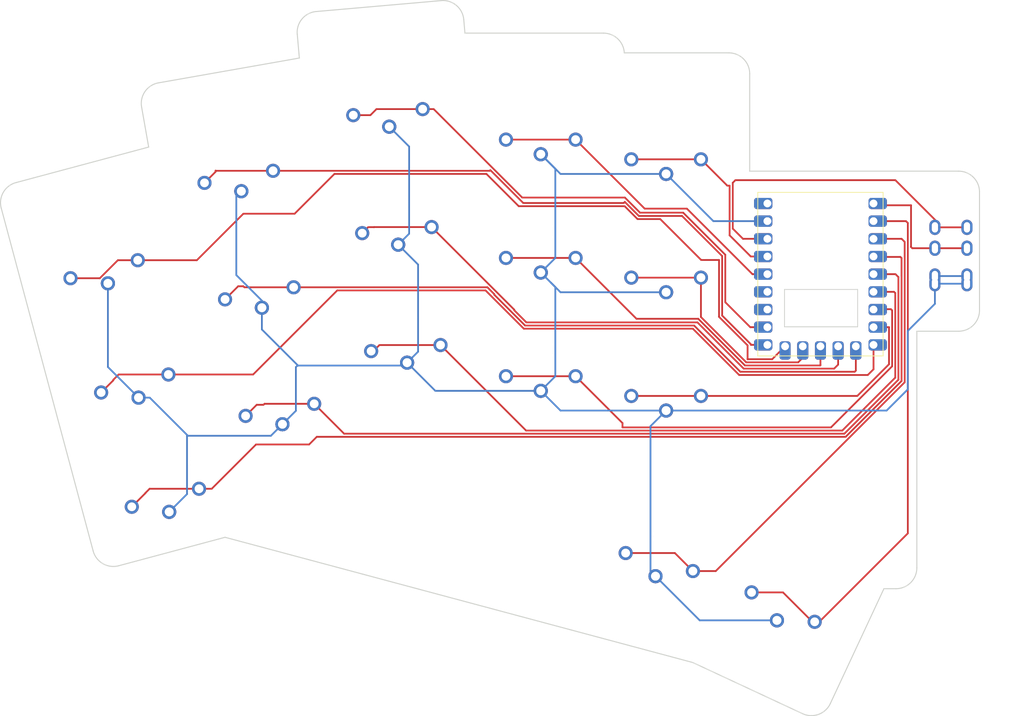
<source format=kicad_pcb>
(kicad_pcb (version 20221018) (generator pcbnew)
  (title_block (title "joyride") (rev "v1.0.0") (company "Unknown"))
  (layers (0 "F.Cu" signal) (31 "B.Cu" signal) (34 "B.Paste" user) (35 "F.Paste" user) (36 "B.SilkS" user "B.Silkscreen") (37 "F.SilkS" user "F.Silkscreen") (38 "B.Mask" user) (39 "F.Mask" user) (44 "Edge.Cuts" user))
  (net 0 "")
  (net 1 "GP3")
  (net 2 "GND")
  (net 3 "GP8")
  (net 4 "GP13")
  (net 5 "GP4")
  (net 6 "GP9")
  (net 7 "GP14")
  (net 8 "GP5")
  (net 9 "GP10")
  (net 10 "GP15")
  (net 11 "GP6")
  (net 12 "GP11")
  (net 13 "GP28")
  (net 14 "GP7")
  (net 15 "GP12")
  (net 16 "GP29")
  (net 17 "GP2")
  (net 18 "GP1")
  (net 19 "P5V")
  (net 20 "P3V3")
  (net 21 "GP27")
  (net 22 "GP26")
  (net 23 "GP0")
  (footprint "PG1350" (layer "F.Cu") (at 91.200152 84.158522 -165)
    (fp_text reference "S2" hide)
    (fp_text value "" hide)
    (pad "" np_thru_hole circle (at -5.5 0) (size 1.7018 1.7018) (drill 1.7018) (layers "*.Cu" "*.Mask"))
    (pad "" np_thru_hole circle (at 0 0) (size 3.429 3.429) (drill 3.429) (layers "*.Cu" "*.Mask"))
    (pad "" np_thru_hole circle (at 5.5 0) (size 1.7018 1.7018) (drill 1.7018) (layers "*.Cu" "*.Mask"))
    (pad "1" thru_hole circle (at -5 -3.8) (size 2.032 2.032) (drill 1.27) (layers "*.Cu" "*.Mask") (net 3 "GP8"))
    (pad "1" thru_hole circle (at 5 -3.8) (size 2.032 2.032) (drill 1.27) (layers "*.Cu" "*.Mask") (net 3 "GP8"))
    (pad "2" thru_hole circle (at 0 -5.9) (size 2.032 2.032) (drill 1.27) (layers "*.Cu" "*.Mask") (net 2 "GND"))
    (pad "2" thru_hole circle (at 0 -5.9) (size 2.032 2.032) (drill 1.27) (layers "*.Cu" "*.Mask") (net 2 "GND"))
  )
  (footprint "PG1350" (layer "F.Cu") (at 168.484033 85.817239 180)
    (fp_text reference "S13" hide)
    (fp_text value "" hide)
    (pad "" np_thru_hole circle (at -5.5 0) (size 1.7018 1.7018) (drill 1.7018) (layers "*.Cu" "*.Mask"))
    (pad "" np_thru_hole circle (at 0 0) (size 3.429 3.429) (drill 3.429) (layers "*.Cu" "*.Mask"))
    (pad "" np_thru_hole circle (at 5.5 0) (size 1.7018 1.7018) (drill 1.7018) (layers "*.Cu" "*.Mask"))
    (pad "1" thru_hole circle (at -5 -3.8) (size 2.032 2.032) (drill 1.27) (layers "*.Cu" "*.Mask") (net 14 "GP7"))
    (pad "1" thru_hole circle (at 5 -3.8) (size 2.032 2.032) (drill 1.27) (layers "*.Cu" "*.Mask") (net 14 "GP7"))
    (pad "2" thru_hole circle (at 0 -5.9) (size 2.032 2.032) (drill 1.27) (layers "*.Cu" "*.Mask") (net 2 "GND"))
    (pad "2" thru_hole circle (at 0 -5.9) (size 2.032 2.032) (drill 1.27) (layers "*.Cu" "*.Mask") (net 2 "GND"))
  )
  (footprint "PG1350" (layer "F.Cu") (at 109.412074 71.130387 -170)
    (fp_text reference "S5" hide)
    (fp_text value "" hide)
    (pad "" np_thru_hole circle (at -5.5 0) (size 1.7018 1.7018) (drill 1.7018) (layers "*.Cu" "*.Mask"))
    (pad "" np_thru_hole circle (at 0 0) (size 3.429 3.429) (drill 3.429) (layers "*.Cu" "*.Mask"))
    (pad "" np_thru_hole circle (at 5.5 0) (size 1.7018 1.7018) (drill 1.7018) (layers "*.Cu" "*.Mask"))
    (pad "1" thru_hole circle (at -5 -3.8) (size 2.032 2.032) (drill 1.27) (layers "*.Cu" "*.Mask") (net 6 "GP9"))
    (pad "1" thru_hole circle (at 5 -3.8) (size 2.032 2.032) (drill 1.27) (layers "*.Cu" "*.Mask") (net 6 "GP9"))
    (pad "2" thru_hole circle (at 0 -5.9) (size 2.032 2.032) (drill 1.27) (layers "*.Cu" "*.Mask") (net 2 "GND"))
    (pad "2" thru_hole circle (at 0 -5.9) (size 2.032 2.032) (drill 1.27) (layers "*.Cu" "*.Mask") (net 2 "GND"))
  )
  (footprint "PG1350" (layer "F.Cu") (at 150.484033 48.983906 180)
    (fp_text reference "S12" hide)
    (fp_text value "" hide)
    (pad "" np_thru_hole circle (at -5.5 0) (size 1.7018 1.7018) (drill 1.7018) (layers "*.Cu" "*.Mask"))
    (pad "" np_thru_hole circle (at 0 0) (size 3.429 3.429) (drill 3.429) (layers "*.Cu" "*.Mask"))
    (pad "" np_thru_hole circle (at 5.5 0) (size 1.7018 1.7018) (drill 1.7018) (layers "*.Cu" "*.Mask"))
    (pad "1" thru_hole circle (at -5 -3.8) (size 2.032 2.032) (drill 1.27) (layers "*.Cu" "*.Mask") (net 13 "GP28"))
    (pad "1" thru_hole circle (at 5 -3.8) (size 2.032 2.032) (drill 1.27) (layers "*.Cu" "*.Mask") (net 13 "GP28"))
    (pad "2" thru_hole circle (at 0 -5.9) (size 2.032 2.032) (drill 1.27) (layers "*.Cu" "*.Mask") (net 2 "GND"))
    (pad "2" thru_hole circle (at 0 -5.9) (size 2.032 2.032) (drill 1.27) (layers "*.Cu" "*.Mask") (net 2 "GND"))
  )
  (footprint "PG1350" (layer "F.Cu") (at 168.484033 51.817239 180)
    (fp_text reference "S15" hide)
    (fp_text value "" hide)
    (pad "" np_thru_hole circle (at -5.5 0) (size 1.7018 1.7018) (drill 1.7018) (layers "*.Cu" "*.Mask"))
    (pad "" np_thru_hole circle (at 0 0) (size 3.429 3.429) (drill 3.429) (layers "*.Cu" "*.Mask"))
    (pad "" np_thru_hole circle (at 5.5 0) (size 1.7018 1.7018) (drill 1.7018) (layers "*.Cu" "*.Mask"))
    (pad "1" thru_hole circle (at -5 -3.8) (size 2.032 2.032) (drill 1.27) (layers "*.Cu" "*.Mask") (net 16 "GP29"))
    (pad "1" thru_hole circle (at 5 -3.8) (size 2.032 2.032) (drill 1.27) (layers "*.Cu" "*.Mask") (net 16 "GP29"))
    (pad "2" thru_hole circle (at 0 -5.9) (size 2.032 2.032) (drill 1.27) (layers "*.Cu" "*.Mask") (net 2 "GND"))
    (pad "2" thru_hole circle (at 0 -5.9) (size 2.032 2.032) (drill 1.27) (layers "*.Cu" "*.Mask") (net 2 "GND"))
  )
  (footprint "RP2040-Zero" (layer "F.Cu") (at 180.484033 84.817239)
    (fp_text reference "RP2040Zero1")
    (fp_text value "" (at 0 0) (layer "F.SilkS") (effects (font (size 1.27 1.27))))
    (fp_line (start 1.16 -24.45) (end 1.16 -0.95) (stroke (width 0.12)) (layer "F.SilkS"))
    (fp_line (start 1.16 -0.95) (end 19.16 -0.95) (stroke (width 0.12)) (layer "F.SilkS"))
    (fp_line (start 19.16 -24.45) (end 1.16 -24.45) (stroke (width 0.12)) (layer "F.SilkS"))
    (fp_line (start 19.16 -0.95) (end 19.16 -24.45) (stroke (width 0.12)) (layer "F.SilkS"))
    (fp_line (start 5 -5.13) (end 5 -10.5) (stroke (width 0.12)) (layer "Edge.Cuts"))
    (fp_line (start 5 -5.13) (end 15.5 -5.13) (stroke (width 0.12)) (layer "Edge.Cuts"))
    (fp_line (start 15.5 -10.5) (end 5 -10.5) (stroke (width 0.12)) (layer "Edge.Cuts"))
    (fp_line (start 15.5 -10.5) (end 15.5 -5.13) (stroke (width 0.12)) (layer "Edge.Cuts"))
    (pad "1" thru_hole roundrect (at 17.78 -22.86) (size 2.6 1.6) (drill 1.0922 (offset 0.6 0)) (layers "*.Cu" "*.Mask") (net 23 "GP0"))
    (pad "1" thru_hole roundrect (at 17.78 -22.86) (size 2.6 1.6) (drill 1.0922 (offset 0.6 0)) (layers "*.Cu" "*.Mask") (net 23 "GP0"))
    (pad "2" thru_hole roundrect (at 17.78 -20.32) (size 2.6 1.6) (drill 1.0922 (offset 0.6 0)) (layers "*.Cu" "*.Mask") (net 18 "GP1"))
    (pad "2" thru_hole roundrect (at 17.78 -20.32) (size 2.6 1.6) (drill 1.0922 (offset 0.6 0)) (layers "*.Cu" "*.Mask") (net 18 "GP1"))
    (pad "3" thru_hole roundrect (at 17.78 -17.78) (size 2.6 1.6) (drill 1.0922 (offset 0.6 0)) (layers "*.Cu" "*.Mask") (net 17 "GP2"))
    (pad "3" thru_hole roundrect (at 17.78 -17.78) (size 2.6 1.6) (drill 1.0922 (offset 0.6 0)) (layers "*.Cu" "*.Mask") (net 17 "GP2"))
    (pad "4" thru_hole roundrect (at 17.78 -15.24) (size 2.6 1.6) (drill 1.0922 (offset 0.6 0)) (layers "*.Cu" "*.Mask") (net 1 "GP3"))
    (pad "4" thru_hole roundrect (at 17.78 -15.24) (size 2.6 1.6) (drill 1.0922 (offset 0.6 0)) (layers "*.Cu" "*.Mask") (net 1 "GP3"))
    (pad "5" thru_hole roundrect (at 17.78 -12.7) (size 2.6 1.6) (drill 1.0922 (offset 0.6 0)) (layers "*.Cu" "*.Mask") (net 5 "GP4"))
    (pad "5" thru_hole roundrect (at 17.78 -12.7) (size 2.6 1.6) (drill 1.0922 (offset 0.6 0)) (layers "*.Cu" "*.Mask") (net 5 "GP4"))
    (pad "6" thru_hole roundrect (at 17.78 -10.16) (size 2.6 1.6002) (drill 1.0922 (offset 0.6 0)) (layers "*.Cu" "*.Mask") (net 8 "GP5"))
    (pad "6" thru_hole roundrect (at 17.78 -10.16) (size 2.6 1.6002) (drill 1.0922 (offset 0.6 0)) (layers "*.Cu" "*.Mask") (net 8 "GP5"))
    (pad "7" thru_hole roundrect (at 17.78 -7.62) (size 2.6 1.6002) (drill 1.0922 (offset 0.6 0)) (layers "*.Cu" "*.Mask") (net 11 "GP6"))
    (pad "7" thru_hole roundrect (at 17.78 -7.62) (size 2.6 1.6002) (drill 1.0922 (offset 0.6 0)) (layers "*.Cu" "*.Mask") (net 11 "GP6"))
    (pad "8" thru_hole roundrect (at 17.78 -5.08) (size 2.6 1.6002) (drill 1.0922 (offset 0.6 0)) (layers "*.Cu" "*.Mask") (net 14 "GP7"))
    (pad "8" thru_hole roundrect (at 17.78 -5.08) (size 2.6 1.6002) (drill 1.0922 (offset 0.6 0)) (layers "*.Cu" "*.Mask") (net 14 "GP7"))
    (pad "9" thru_hole roundrect (at 17.78 -2.54) (size 2.6 1.6002) (drill 1.0922 (offset 0.6 0)) (layers "*.Cu" "*.Mask") (net 3 "GP8"))
    (pad "9" thru_hole roundrect (at 17.78 -2.54) (size 2.6 1.6002) (drill 1.0922 (offset 0.6 0)) (layers "*.Cu" "*.Mask") (net 3 "GP8"))
    (pad "10" thru_hole roundrect (at 15.24 -2.33) (size 1.6 2.6) (drill 1.0922 (offset 0 0.6)) (layers "*.Cu" "*.Mask") (net 6 "GP9"))
    (pad "10" thru_hole roundrect (at 15.24 -2.33) (size 1.6 2.6) (drill 1.0922 (offset 0 0.6)) (layers "*.Cu" "*.Mask") (net 6 "GP9"))
    (pad "11" thru_hole roundrect (at 12.7 -2.33) (size 1.5748 2.6) (drill 1.0922 (offset 0 0.6)) (layers "*.Cu" "*.Mask") (net 9 "GP10"))
    (pad "11" thru_hole roundrect (at 12.7 -2.33) (size 1.5748 2.6) (drill 1.0922 (offset 0 0.6)) (layers "*.Cu" "*.Mask") (net 9 "GP10"))
    (pad "12" thru_hole roundrect (at 10.16 -2.33) (size 1.5748 2.6) (drill 1.0922 (offset 0 0.6)) (layers "*.Cu" "*.Mask") (net 12 "GP11"))
    (pad "12" thru_hole roundrect (at 10.16 -2.33) (size 1.5748 2.6) (drill 1.0922 (offset 0 0.6)) (layers "*.Cu" "*.Mask") (net 12 "GP11"))
    (pad "13" thru_hole roundrect (at 7.62 -2.33) (size 1.5748 2.6) (drill 1.0922 (offset 0 0.6)) (layers "*.Cu" "*.Mask") (net 15 "GP12"))
    (pad "13" thru_hole roundrect (at 7.62 -2.33) (size 1.5748 2.6) (drill 1.0922 (offset 0 0.6)) (layers "*.Cu" "*.Mask") (net 15 "GP12"))
    (pad "14" thru_hole roundrect (at 5.08 -2.33) (size 1.5748 2.6) (drill 1.0922 (offset 0 0.6)) (layers "*.Cu" "*.Mask") (net 4 "GP13"))
    (pad "14" thru_hole roundrect (at 5.08 -2.33) (size 1.5748 2.6) (drill 1.0922 (offset 0 0.6)) (layers "*.Cu" "*.Mask") (net 4 "GP13"))
    (pad "15" thru_hole roundrect (at 2.54 -2.54) (size 2.6 1.6002) (drill 1.0922 (offset -0.6 0)) (layers "*.Cu" "*.Mask") (net 7 "GP14"))
    (pad "15" thru_hole roundrect (at 2.54 -2.54) (size 2.6 1.6002) (drill 1.0922 (offset -0.6 0)) (layers "*.Cu" "*.Mask") (net 7 "GP14"))
    (pad "16" thru_hole roundrect (at 2.54 -5.08) (size 2.6 1.6002) (drill 1.0922 (offset -0.6 0)) (layers "*.Cu" "*.Mask") (net 10 "GP15"))
    (pad "16" thru_hole roundrect (at 2.54 -5.08) (size 2.6 1.6002) (drill 1.0922 (offset -0.6 0)) (layers "*.Cu" "*.Mask") (net 10 "GP15"))
    (pad "17" thru_hole roundrect (at 2.54 -7.62) (size 2.6 1.6002) (drill 1.0922 (offset -0.6 0)) (layers "*.Cu" "*.Mask") (net 22 "GP26"))
    (pad "17" thru_hole roundrect (at 2.54 -7.62) (size 2.6 1.6002) (drill 1.0922 (offset -0.6 0)) (layers "*.Cu" "*.Mask") (net 22 "GP26"))
    (pad "18" thru_hole roundrect (at 2.54 -10.16) (size 2.6 1.6002) (drill 1.0922 (offset -0.6 0)) (layers "*.Cu" "*.Mask") (net 21 "GP27"))
    (pad "18" thru_hole roundrect (at 2.54 -10.16) (size 2.6 1.6002) (drill 1.0922 (offset -0.6 0)) (layers "*.Cu" "*.Mask") (net 21 "GP27"))
    (pad "19" thru_hole roundrect (at 2.54 -22.86) (size 2.6 1.6002) (drill 1.0922 (offset -0.6 0)) (layers "*.Cu" "*.Mask") (net 19 "P5V"))
    (pad "19" thru_hole roundrect (at 2.54 -22.86) (size 2.6 1.6002) (drill 1.0922 (offset -0.6 0)) (layers "*.Cu" "*.Mask") (net 19 "P5V"))
    (pad "20" thru_hole roundrect (at 2.54 -20.32) (size 2.6 1.6002) (drill 1.0922 (offset -0.6 0)) (layers "*.Cu" "*.Mask") (net 2 "GND"))
    (pad "20" thru_hole roundrect (at 2.54 -20.32) (size 2.6 1.6002) (drill 1.0922 (offset -0.6 0)) (layers "*.Cu" "*.Mask") (net 2 "GND"))
    (pad "21" thru_hole roundrect (at 2.54 -17.78) (size 2.6 1.6002) (drill 1.0922 (offset -0.6 0)) (layers "*.Cu" "*.Mask") (net 20 "P3V3"))
    (pad "21" thru_hole roundrect (at 2.54 -17.78) (size 2.6 1.6002) (drill 1.0922 (offset -0.6 0)) (layers "*.Cu" "*.Mask") (net 20 "P3V3"))
    (pad "22" thru_hole roundrect (at 2.54 -12.7) (size 2.6 1.6002) (drill 1.0922 (offset -0.6 0)) (layers "*.Cu" "*.Mask") (net 13 "GP28"))
    (pad "22" thru_hole roundrect (at 2.54 -12.7) (size 2.6 1.6002) (drill 1.0922 (offset -0.6 0)) (layers "*.Cu" "*.Mask") (net 13 "GP28"))
    (pad "23" thru_hole roundrect (at 2.54 -15.24) (size 2.6 1.6002) (drill 1.0922 (offset -0.6 0)) (layers "*.Cu" "*.Mask") (net 16 "GP29"))
    (pad "23" thru_hole roundrect (at 2.54 -15.24) (size 2.6 1.6002) (drill 1.0922 (offset -0.6 0)) (layers "*.Cu" "*.Mask") (net 16 "GP29"))
  )
  (footprint "PG1350" (layer "F.Cu") (at 130.776237 78.954865 -175)
    (fp_text reference "S7" hide)
    (fp_text value "" hide)
    (pad "" np_thru_hole circle (at -5.5 0) (size 1.7018 1.7018) (drill 1.7018) (layers "*.Cu" "*.Mask"))
    (pad "" np_thru_hole circle (at 0 0) (size 3.429 3.429) (drill 3.429) (layers "*.Cu" "*.Mask"))
    (pad "" np_thru_hole circle (at 5.5 0) (size 1.7018 1.7018) (drill 1.7018) (layers "*.Cu" "*.Mask"))
    (pad "1" thru_hole circle (at -5 -3.8) (size 2.032 2.032) (drill 1.27) (layers "*.Cu" "*.Mask") (net 8 "GP5"))
    (pad "1" thru_hole circle (at 5 -3.8) (size 2.032 2.032) (drill 1.27) (layers "*.Cu" "*.Mask") (net 8 "GP5"))
    (pad "2" thru_hole circle (at 0 -5.9) (size 2.032 2.032) (drill 1.27) (layers "*.Cu" "*.Mask") (net 2 "GND"))
    (pad "2" thru_hole circle (at 0 -5.9) (size 2.032 2.032) (drill 1.27) (layers "*.Cu" "*.Mask") (net 2 "GND"))
  )
  (footprint "PG1350" (layer "F.Cu") (at 150.484033 82.983906 180)
    (fp_text reference "S10" hide)
    (fp_text value "" hide)
    (pad "" np_thru_hole circle (at -5.5 0) (size 1.7018 1.7018) (drill 1.7018) (layers "*.Cu" "*.Mask"))
    (pad "" np_thru_hole circle (at 0 0) (size 3.429 3.429) (drill 3.429) (layers "*.Cu" "*.Mask"))
    (pad "" np_thru_hole circle (at 5.5 0) (size 1.7018 1.7018) (drill 1.7018) (layers "*.Cu" "*.Mask"))
    (pad "1" thru_hole circle (at -5 -3.8) (size 2.032 2.032) (drill 1.27) (layers "*.Cu" "*.Mask") (net 11 "GP6"))
    (pad "1" thru_hole circle (at 5 -3.8) (size 2.032 2.032) (drill 1.27) (layers "*.Cu" "*.Mask") (net 11 "GP6"))
    (pad "2" thru_hole circle (at 0 -5.9) (size 2.032 2.032) (drill 1.27) (layers "*.Cu" "*.Mask") (net 2 "GND"))
    (pad "2" thru_hole circle (at 0 -5.9) (size 2.032 2.032) (drill 1.27) (layers "*.Cu" "*.Mask") (net 2 "GND"))
  )
  (footprint "TRRS-PJ-320A-dual" (layer "F.Cu") (at 211.68 62.19)
    (fp_text reference "TRRS1")
    (fp_text value "TRRS-PJ-320A-dual")
    (pad "" np_thru_hole circle (at -2.3 1.6) (size 1.5 1.5) (drill 1.5) (layers "*.Cu" "*.Mask"))
    (pad "" np_thru_hole circle (at -2.3 8.6) (size 1.5 1.5) (drill 1.5) (layers "*.Cu" "*.Mask"))
    (pad "1" thru_hole oval (at -4.6 11.3) (size 1.6 2.2) (drill oval 0.9 1.5) (layers "*.Cu" "*.Mask") (net 2 "GND"))
    (pad "1" thru_hole oval (at 0 11.3) (size 1.6 2.2) (drill oval 0.9 1.5) (layers "*.Cu" "*.Mask") (net 2 "GND"))
    (pad "2" thru_hole oval (at -4.6 10.2) (size 1.6 2.2) (drill oval 0.9 1.5) (layers "*.Cu" "*.Mask") (net 2 "GND"))
    (pad "2" thru_hole oval (at 0 10.2) (size 1.6 2.2) (drill oval 0.9 1.5) (layers "*.Cu" "*.Mask") (net 2 "GND"))
    (pad "3" thru_hole oval (at -4.6 6.2) (size 1.6 2.2) (drill oval 0.9 1.5) (layers "*.Cu" "*.Mask") (net 23 "GP0"))
    (pad "3" thru_hole oval (at 0 6.2) (size 1.6 2.2) (drill oval 0.9 1.5) (layers "*.Cu" "*.Mask") (net 23 "GP0"))
    (pad "4" thru_hole oval (at -4.6 3.2) (size 1.6 2.2) (drill oval 0.9 1.5) (layers "*.Cu" "*.Mask") (net 20 "P3V3"))
    (pad "4" thru_hole oval (at 0 3.2) (size 1.6 2.2) (drill oval 0.9 1.5) (layers "*.Cu" "*.Mask") (net 20 "P3V3"))
  )
  (footprint "PG1350" (layer "F.Cu") (at 129.493828 62.002124 -175)
    (fp_text reference "S8" hide)
    (fp_text value "" hide)
    (pad "" np_thru_hole circle (at -5.5 0) (size 1.7018 1.7018) (drill 1.7018) (layers "*.Cu" "*.Mask"))
    (pad "" np_thru_hole circle (at 0 0) (size 3.429 3.429) (drill 3.429) (layers "*.Cu" "*.Mask"))
    (pad "" np_thru_hole circle (at 5.5 0) (size 1.7018 1.7018) (drill 1.7018) (layers "*.Cu" "*.Mask"))
    (pad "1" thru_hole circle (at -5 -3.8) (size 2.032 2.032) (drill 1.27) (layers "*.Cu" "*.Mask") (net 9 "GP10"))
    (pad "1" thru_hole circle (at 5 -3.8) (size 2.032 2.032) (drill 1.27) (layers "*.Cu" "*.Mask") (net 9 "GP10"))
    (pad "2" thru_hole circle (at 0 -5.9) (size 2.032 2.032) (drill 1.27) (layers "*.Cu" "*.Mask") (net 2 "GND"))
    (pad "2" thru_hole circle (at 0 -5.9) (size 2.032 2.032) (drill 1.27) (layers "*.Cu" "*.Mask") (net 2 "GND"))
  )
  (footprint "PG1350" (layer "F.Cu") (at 128.21142 45.049383 -175)
    (fp_text reference "S9" hide)
    (fp_text value "" hide)
    (pad "" np_thru_hole circle (at -5.5 0) (size 1.7018 1.7018) (drill 1.7018) (layers "*.Cu" "*.Mask"))
    (pad "" np_thru_hole circle (at 0 0) (size 3.429 3.429) (drill 3.429) (layers "*.Cu" "*.Mask"))
    (pad "" np_thru_hole circle (at 5.5 0) (size 1.7018 1.7018) (drill 1.7018) (layers "*.Cu" "*.Mask"))
    (pad "1" thru_hole circle (at -5 -3.8) (size 2.032 2.032) (drill 1.27) (layers "*.Cu" "*.Mask") (net 10 "GP15"))
    (pad "1" thru_hole circle (at 5 -3.8) (size 2.032 2.032) (drill 1.27) (layers "*.Cu" "*.Mask") (net 10 "GP15"))
    (pad "2" thru_hole circle (at 0 -5.9) (size 2.032 2.032) (drill 1.27) (layers "*.Cu" "*.Mask") (net 2 "GND"))
    (pad "2" thru_hole circle (at 0 -5.9) (size 2.032 2.032) (drill 1.27) (layers "*.Cu" "*.Mask") (net 2 "GND"))
  )
  (footprint "PG1350" (layer "F.Cu") (at 186.890228 116.516546 155)
    (fp_text reference "S17" hide)
    (fp_text value "" hide)
    (pad "" np_thru_hole circle (at -5.5 0) (size 1.7018 1.7018) (drill 1.7018) (layers "*.Cu" "*.Mask"))
    (pad "" np_thru_hole circle (at 0 0) (size 3.429 3.429) (drill 3.429) (layers "*.Cu" "*.Mask"))
    (pad "" np_thru_hole circle (at 5.5 0) (size 1.7018 1.7018) (drill 1.7018) (layers "*.Cu" "*.Mask"))
    (pad "1" thru_hole circle (at -5 -3.8) (size 2.032 2.032) (drill 1.27) (layers "*.Cu" "*.Mask") (net 18 "GP1"))
    (pad "1" thru_hole circle (at 5 -3.8) (size 2.032 2.032) (drill 1.27) (layers "*.Cu" "*.Mask") (net 18 "GP1"))
    (pad "2" thru_hole circle (at 0 -5.9) (size 2.032 2.032) (drill 1.27) (layers "*.Cu" "*.Mask") (net 2 "GND"))
    (pad "2" thru_hole circle (at 0 -5.9) (size 2.032 2.032) (drill 1.27) (layers "*.Cu" "*.Mask") (net 2 "GND"))
  )
  (footprint "PG1350" (layer "F.Cu") (at 150.484033 65.983906 180)
    (fp_text reference "S11" hide)
    (fp_text value "" hide)
    (pad "" np_thru_hole circle (at -5.5 0) (size 1.7018 1.7018) (drill 1.7018) (layers "*.Cu" "*.Mask"))
    (pad "" np_thru_hole circle (at 0 0) (size 3.429 3.429) (drill 3.429) (layers "*.Cu" "*.Mask"))
    (pad "" np_thru_hole circle (at 5.5 0) (size 1.7018 1.7018) (drill 1.7018) (layers "*.Cu" "*.Mask"))
    (pad "1" thru_hole circle (at -5 -3.8) (size 2.032 2.032) (drill 1.27) (layers "*.Cu" "*.Mask") (net 12 "GP11"))
    (pad "1" thru_hole circle (at 5 -3.8) (size 2.032 2.032) (drill 1.27) (layers "*.Cu" "*.Mask") (net 12 "GP11"))
    (pad "2" thru_hole circle (at 0 -5.9) (size 2.032 2.032) (drill 1.27) (layers "*.Cu" "*.Mask") (net 2 "GND"))
    (pad "2" thru_hole circle (at 0 -5.9) (size 2.032 2.032) (drill 1.27) (layers "*.Cu" "*.Mask") (net 2 "GND"))
  )
  (footprint "PG1350" (layer "F.Cu") (at 106.460055 54.388655 -170)
    (fp_text reference "S6" hide)
    (fp_text value "" hide)
    (pad "" np_thru_hole circle (at -5.5 0) (size 1.7018 1.7018) (drill 1.7018) (layers "*.Cu" "*.Mask"))
    (pad "" np_thru_hole circle (at 0 0) (size 3.429 3.429) (drill 3.429) (layers "*.Cu" "*.Mask"))
    (pad "" np_thru_hole circle (at 5.5 0) (size 1.7018 1.7018) (drill 1.7018) (layers "*.Cu" "*.Mask"))
    (pad "1" thru_hole circle (at -5 -3.8) (size 2.032 2.032) (drill 1.27) (layers "*.Cu" "*.Mask") (net 7 "GP14"))
    (pad "1" thru_hole circle (at 5 -3.8) (size 2.032 2.032) (drill 1.27) (layers "*.Cu" "*.Mask") (net 7 "GP14"))
    (pad "2" thru_hole circle (at 0 -5.9) (size 2.032 2.032) (drill 1.27) (layers "*.Cu" "*.Mask") (net 2 "GND"))
    (pad "2" thru_hole circle (at 0 -5.9) (size 2.032 2.032) (drill 1.27) (layers "*.Cu" "*.Mask") (net 2 "GND"))
  )
  (footprint "PG1350" (layer "F.Cu") (at 112.364094 87.872119 -170)
    (fp_text reference "S4" hide)
    (fp_text value "" hide)
    (pad "" np_thru_hole circle (at -5.5 0) (size 1.7018 1.7018) (drill 1.7018) (layers "*.Cu" "*.Mask"))
    (pad "" np_thru_hole circle (at 0 0) (size 3.429 3.429) (drill 3.429) (layers "*.Cu" "*.Mask"))
    (pad "" np_thru_hole circle (at 5.5 0) (size 1.7018 1.7018) (drill 1.7018) (layers "*.Cu" "*.Mask"))
    (pad "1" thru_hole circle (at -5 -3.8) (size 2.032 2.032) (drill 1.27) (layers "*.Cu" "*.Mask") (net 5 "GP4"))
    (pad "1" thru_hole circle (at 5 -3.8) (size 2.032 2.032) (drill 1.27) (layers "*.Cu" "*.Mask") (net 5 "GP4"))
    (pad "2" thru_hole circle (at 0 -5.9) (size 2.032 2.032) (drill 1.27) (layers "*.Cu" "*.Mask") (net 2 "GND"))
    (pad "2" thru_hole circle (at 0 -5.9) (size 2.032 2.032) (drill 1.27) (layers "*.Cu" "*.Mask") (net 2 "GND"))
  )
  (footprint "PG1350" (layer "F.Cu") (at 168.484033 68.817239 180)
    (fp_text reference "S14" hide)
    (fp_text value "" hide)
    (pad "" np_thru_hole circle (at -5.5 0) (size 1.7018 1.7018) (drill 1.7018) (layers "*.Cu" "*.Mask"))
    (pad "" np_thru_hole circle (at 0 0) (size 3.429 3.429) (drill 3.429) (layers "*.Cu" "*.Mask"))
    (pad "" np_thru_hole circle (at 5.5 0) (size 1.7018 1.7018) (drill 1.7018) (layers "*.Cu" "*.Mask"))
    (pad "1" thru_hole circle (at -5 -3.8) (size 2.032 2.032) (drill 1.27) (layers "*.Cu" "*.Mask") (net 15 "GP12"))
    (pad "1" thru_hole circle (at 5 -3.8) (size 2.032 2.032) (drill 1.27) (layers "*.Cu" "*.Mask") (net 15 "GP12"))
    (pad "2" thru_hole circle (at 0 -5.9) (size 2.032 2.032) (drill 1.27) (layers "*.Cu" "*.Mask") (net 2 "GND"))
    (pad "2" thru_hole circle (at 0 -5.9) (size 2.032 2.032) (drill 1.27) (layers "*.Cu" "*.Mask") (net 2 "GND"))
  )
  (footprint "PG1350" (layer "F.Cu") (at 95.600076 100.579261 -165)
    (fp_text reference "S1" hide)
    (fp_text value "" hide)
    (pad "" np_thru_hole circle (at -5.5 0) (size 1.7018 1.7018) (drill 1.7018) (layers "*.Cu" "*.Mask"))
    (pad "" np_thru_hole circle (at 0 0) (size 3.429 3.429) (drill 3.429) (layers "*.Cu" "*.Mask"))
    (pad "" np_thru_hole circle (at 5.5 0) (size 1.7018 1.7018) (drill 1.7018) (layers "*.Cu" "*.Mask"))
    (pad "1" thru_hole circle (at -5 -3.8) (size 2.032 2.032) (drill 1.27) (layers "*.Cu" "*.Mask") (net 1 "GP3"))
    (pad "1" thru_hole circle (at 5 -3.8) (size 2.032 2.032) (drill 1.27) (layers "*.Cu" "*.Mask") (net 1 "GP3"))
    (pad "2" thru_hole circle (at 0 -5.9) (size 2.032 2.032) (drill 1.27) (layers "*.Cu" "*.Mask") (net 2 "GND"))
    (pad "2" thru_hole circle (at 0 -5.9) (size 2.032 2.032) (drill 1.27) (layers "*.Cu" "*.Mask") (net 2 "GND"))
  )
  (footprint "PG1350" (layer "F.Cu") (at 168.484033 109.817239 165)
    (fp_text reference "S16" hide)
    (fp_text value "" hide)
    (pad "" np_thru_hole circle (at -5.5 0) (size 1.7018 1.7018) (drill 1.7018) (layers "*.Cu" "*.Mask"))
    (pad "" np_thru_hole circle (at 0 0) (size 3.429 3.429) (drill 3.429) (layers "*.Cu" "*.Mask"))
    (pad "" np_thru_hole circle (at 5.5 0) (size 1.7018 1.7018) (drill 1.7018) (layers "*.Cu" "*.Mask"))
    (pad "1" thru_hole circle (at -5 -3.8) (size 2.032 2.032) (drill 1.27) (layers "*.Cu" "*.Mask") (net 17 "GP2"))
    (pad "1" thru_hole circle (at 5 -3.8) (size 2.032 2.032) (drill 1.27) (layers "*.Cu" "*.Mask") (net 17 "GP2"))
    (pad "2" thru_hole circle (at 0 -5.9) (size 2.032 2.032) (drill 1.27) (layers "*.Cu" "*.Mask") (net 2 "GND"))
    (pad "2" thru_hole circle (at 0 -5.9) (size 2.032 2.032) (drill 1.27) (layers "*.Cu" "*.Mask") (net 2 "GND"))
  )
  (footprint "PG1350" (layer "F.Cu") (at 86.800229 67.737783 -165)
    (fp_text reference "S3" hide)
    (fp_text value "" hide)
    (pad "" np_thru_hole circle (at -5.5 0) (size 1.7018 1.7018) (drill 1.7018) (layers "*.Cu" "*.Mask"))
    (pad "" np_thru_hole circle (at 0 0) (size 3.429 3.429) (drill 3.429) (layers "*.Cu" "*.Mask"))
    (pad "" np_thru_hole circle (at 5.5 0) (size 1.7018 1.7018) (drill 1.7018) (layers "*.Cu" "*.Mask"))
    (pad "1" thru_hole circle (at -5 -3.8) (size 2.032 2.032) (drill 1.27) (layers "*.Cu" "*.Mask") (net 4 "GP13"))
    (pad "1" thru_hole circle (at 5 -3.8) (size 2.032 2.032) (drill 1.27) (layers "*.Cu" "*.Mask") (net 4 "GP13"))
    (pad "2" thru_hole circle (at 0 -5.9) (size 2.032 2.032) (drill 1.27) (layers "*.Cu" "*.Mask") (net 2 "GND"))
    (pad "2" thru_hole circle (at 0 -5.9) (size 2.032 2.032) (drill 1.27) (layers "*.Cu" "*.Mask") (net 2 "GND"))
  )
  (gr_arc (start 210.484033 57.317239) (mid 212.605353 58.195919) (end 213.484033 60.317239) (stroke (width 0.15)) (layer "Edge.Cuts"))
  (gr_line (start 77.409281 79.054729) (end 78.703176 83.88361) (stroke (width 0.15)) (layer "Edge.Cuts"))
  (gr_line (start 136.174881 32.808742) (end 118.243376 34.377546) (stroke (width 0.15)) (layer "Edge.Cuts"))
  (gr_line (start 78.703176 83.88361) (end 86.208928 111.895459) (stroke (width 0.15)) (layer "Edge.Cuts"))
  (gr_line (start 139.595364 37.483906) (end 139.424932 35.535859) (stroke (width 0.15)) (layer "Edge.Cuts"))
  (gr_line (start 89.883163 114.016779) (end 105.144494 109.927518) (stroke (width 0.15)) (layer "Edge.Cuts"))
  (gr_arc (start 73.009156 62.633242) (mid 73.308858 60.356785) (end 75.130477 58.959007) (stroke (width 0.15)) (layer "Edge.Cuts"))
  (gr_line (start 75.130477 58.959007) (end 94.180751 53.854502) (stroke (width 0.15)) (layer "Edge.Cuts"))
  (gr_line (start 213.484033 77.317239) (end 213.484033 60.317239) (stroke (width 0.15)) (layer "Edge.Cuts"))
  (gr_arc (start 177.484033 40.317239) (mid 179.605353 41.195919) (end 180.484033 43.317239) (stroke (width 0.15)) (layer "Edge.Cuts"))
  (gr_line (start 115.516259 37.627597) (end 115.81668 41.061424) (stroke (width 0.15)) (layer "Edge.Cuts"))
  (gr_arc (start 136.174881 32.808742) (mid 138.364711 33.499193) (end 139.424932 35.535859) (stroke (width 0.15)) (layer "Edge.Cuts"))
  (gr_arc (start 89.883163 114.01678) (mid 87.606706 113.717078) (end 86.208928 111.895459) (stroke (width 0.15)) (layer "Edge.Cuts"))
  (gr_line (start 210.484033 80.317239) (end 204.484033 80.317239) (stroke (width 0.15)) (layer "Edge.Cuts"))
  (gr_line (start 73.009157 62.633242) (end 77.409081 79.053981) (stroke (width 0.15)) (layer "Edge.Cuts"))
  (gr_line (start 93.166353 48.101567) (end 94.180751 53.854502) (stroke (width 0.15)) (layer "Edge.Cuts"))
  (gr_arc (start 192.060574 133.82312) (mid 190.367712 135.374343) (end 188.073797 135.274189) (stroke (width 0.15)) (layer "Edge.Cuts"))
  (gr_line (start 172.315298 127.925881) (end 188.073797 135.274189) (stroke (width 0.15)) (layer "Edge.Cuts"))
  (gr_line (start 162.4794 40.317239) (end 177.484033 40.317239) (stroke (width 0.15)) (layer "Edge.Cuts"))
  (gr_line (start 194.173666 129.291582) (end 192.060575 133.823121) (stroke (width 0.15)) (layer "Edge.Cuts"))
  (gr_arc (start 204.484033 114.317239) (mid 203.605353 116.438559) (end 201.484033 117.317239) (stroke (width 0.15)) (layer "Edge.Cuts"))
  (gr_line (start 204.484033 114.317239) (end 204.484033 80.317239) (stroke (width 0.15)) (layer "Edge.Cuts"))
  (gr_line (start 201.484033 117.317239) (end 199.757394 117.317239) (stroke (width 0.15)) (layer "Edge.Cuts"))
  (gr_arc (start 213.484033 77.317239) (mid 212.605353 79.438559) (end 210.484033 80.317239) (stroke (width 0.15)) (layer "Edge.Cuts"))
  (gr_line (start 180.484033 57.317239) (end 180.484033 43.317239) (stroke (width 0.15)) (layer "Edge.Cuts"))
  (gr_line (start 139.595364 37.483906) (end 159.484033 37.483906) (stroke (width 0.15)) (layer "Edge.Cuts"))
  (gr_arc (start 159.484033 37.483906) (mid 161.545586 38.304456) (end 162.4794 40.317239) (stroke (width 0.15)) (layer "Edge.Cuts"))
  (gr_line (start 105.144494 109.927518) (end 172.315298 127.925881) (stroke (width 0.15)) (layer "Edge.Cuts"))
  (gr_line (start 180.484033 57.317239) (end 210.484033 57.317239) (stroke (width 0.15)) (layer "Edge.Cuts"))
  (gr_arc (start 115.51626 37.627598) (mid 116.20671 35.437768) (end 118.243376 34.377546) (stroke (width 0.15)) (layer "Edge.Cuts"))
  (gr_arc (start 93.166353 48.101567) (mid 93.66332 45.859893) (end 95.599832 44.6262) (stroke (width 0.15)) (layer "Edge.Cuts"))
  (gr_line (start 95.599832 44.6262) (end 115.81668 41.061424) (stroke (width 0.15)) (layer "Edge.Cuts"))
  (gr_line (start 194.173666 129.291582) (end 199.757394 117.317239) (stroke (width 0.15)) (layer "Edge.Cuts"))
  (segment (start 101.413218 102.955684) (end 103.234316 102.955684) (width 0.25) (layer "F.Cu") (net 1))
  (segment (start 118.32 95.49) (end 194.266396 95.49) (width 0.25) (layer "F.Cu") (net 1))
  (segment (start 194.266396 95.49) (end 202.289033 87.467363) (width 0.25) (layer "F.Cu") (net 1))
  (segment (start 93.71 103.587833) (end 93.71 103.56) (width 0.25) (layer "F.Cu") (net 1))
  (segment (start 202.12 69.64) (end 198.326794 69.64) (width 0.25) (layer "F.Cu") (net 1))
  (segment (start 117.22 96.59) (end 118.32 95.49) (width 0.25) (layer "F.Cu") (net 1))
  (segment (start 202.289033 87.467363) (end 202.289033 69.809033) (width 0.25) (layer "F.Cu") (net 1))
  (segment (start 202.289033 69.809033) (end 202.12 69.64) (width 0.25) (layer "F.Cu") (net 1))
  (segment (start 93.71 103.56) (end 94.314316 102.955684) (width 0.25) (layer "F.Cu") (net 1))
  (segment (start 103.234316 102.955684) (end 109.6 96.59) (width 0.25) (layer "F.Cu") (net 1))
  (segment (start 91.753959 105.543874) (end 93.71 103.587833) (width 0.25) (layer "F.Cu") (net 1))
  (segment (start 94.314316 102.955684) (end 101.413218 102.955684) (width 0.25) (layer "F.Cu") (net 1))
  (segment (start 109.6 96.59) (end 117.22 96.59) (width 0.25) (layer "F.Cu") (net 1))
  (segment (start 198.326794 69.64) (end 198.264033 69.577239) (width 0.25) (layer "F.Cu") (net 1))
  (segment (start 173.304562 121.863762) (end 166.957001 115.516201) (width 0.25) (layer "B.Cu") (net 2))
  (segment (start 110.436598 80.066598) (end 115.62 85.25) (width 0.25) (layer "B.Cu") (net 2))
  (segment (start 153.317366 57.717239) (end 168.484033 57.717239) (width 0.25) (layer "B.Cu") (net 2))
  (segment (start 207.08 76.379682) (end 203.18 80.279682) (width 0.25) (layer "B.Cu") (net 2))
  (segment (start 152.573533 73.973406) (end 151.945064 73.344936) (width 0.25) (layer "B.Cu") (net 2))
  (segment (start 132.865737 70.737363) (end 130.008047 67.879673) (width 0.25) (layer "B.Cu") (net 2))
  (segment (start 175.264033 64.497239) (end 183.024033 64.497239) (width 0.25) (layer "B.Cu") (net 2))
  (segment (start 115.62 85.25) (end 115.54 85.25) (width 0.25) (layer "B.Cu") (net 2))
  (segment (start 131.583328 53.784621) (end 128.725639 50.926932) (width 0.25) (layer "B.Cu") (net 2))
  (segment (start 132.865737 83.257133) (end 132.865737 70.737363) (width 0.25) (layer "B.Cu") (net 2))
  (segment (start 106.766159 60.917441) (end 107.484579 60.199021) (width 0.25) (layer "B.Cu") (net 2))
  (segment (start 115.32 91.751103) (end 113.388618 93.682485) (width 0.25) (layer "B.Cu") (net 2))
  (segment (start 203.18 80.279682) (end 203.18 88.68) (width 0.25) (layer "B.Cu") (net 2))
  (segment (start 203.18 88.68) (end 200.142761 91.717239) (width 0.25) (layer "B.Cu") (net 2))
  (segment (start 150.484033 71.883906) (end 152.573533 69.794406) (width 0.25) (layer "B.Cu") (net 2))
  (segment (start 211.68 72.39) (end 207.08 72.39) (width 0.25) (layer "B.Cu") (net 2))
  (segment (start 151.945064 73.344936) (end 150.484033 71.883906) (width 0.25) (layer "B.Cu") (net 2))
  (segment (start 110.436598 76.940753) (end 110.436598 80.066598) (width 0.25) (layer "B.Cu") (net 2))
  (segment (start 88.327261 85.457561) (end 88.327261 73.436745) (width 0.25) (layer "B.Cu") (net 2))
  (segment (start 130.87287 85.25) (end 115.62 85.25) (width 0.25) (layer "B.Cu") (net 2))
  (segment (start 131.583328 66.304392) (end 131.583328 53.784621) (width 0.25) (layer "B.Cu") (net 2))
  (segment (start 152.573533 69.794406) (end 152.573533 56.973406) (width 0.25) (layer "B.Cu") (net 2))
  (segment (start 152.573533 56.973406) (end 150.484033 54.883906) (width 0.25) (layer "B.Cu") (net 2))
  (segment (start 153.317366 91.717239) (end 150.484033 88.883906) (width 0.25) (layer "B.Cu") (net 2))
  (segment (start 92.727184 89.857484) (end 88.327261 85.457561) (width 0.25) (layer "B.Cu") (net 2))
  (segment (start 94.327484 89.857484) (end 99.81 95.34) (width 0.25) (layer "B.Cu") (net 2))
  (segment (start 184.39678 121.863762) (end 173.304562 121.863762) (width 0.25) (layer "B.Cu") (net 2))
  (segment (start 200.142761 91.717239) (end 168.484033 91.717239) (width 0.25) (layer "B.Cu") (net 2))
  (segment (start 152.573533 86.794406) (end 152.573533 73.973406) (width 0.25) (layer "B.Cu") (net 2))
  (segment (start 135.341948 88.883906) (end 131.290456 84.832414) (width 0.25) (layer "B.Cu") (net 2))
  (segment (start 92.727184 89.857484) (end 94.327484 89.857484) (width 0.25) (layer "B.Cu") (net 2))
  (segment (start 168.484033 91.717239) (end 153.317366 91.717239) (width 0.25) (layer "B.Cu") (net 2))
  (segment (start 207.08 72.39) (end 207.08 76.379682) (width 0.25) (layer "B.Cu") (net 2))
  (segment (start 99.72 95.34) (end 99.686768 95.373232) (width 0.25) (layer "B.Cu") (net 2))
  (segment (start 168.484033 57.717239) (end 175.264033 64.497239) (width 0.25) (layer "B.Cu") (net 2))
  (segment (start 130.008047 67.879673) (end 131.583328 66.304392) (width 0.25) (layer "B.Cu") (net 2))
  (segment (start 111.731103 95.34) (end 99.81 95.34) (width 0.25) (layer "B.Cu") (net 2))
  (segment (start 110.436598 75.924753) (end 106.766159 72.254314) (width 0.25) (layer "B.Cu") (net 2))
  (segment (start 166.238581 93.962691) (end 168.484033 91.717239) (width 0.25) (layer "B.Cu") (net 2))
  (segment (start 115.54 85.25) (end 115.32 85.47) (width 0.25) (layer "B.Cu") (net 2))
  (segment (start 99.81 95.34) (end 99.72 95.34) (width 0.25) (layer "B.Cu") (net 2))
  (segment (start 99.686768 95.373232) (end 99.686768 103.718563) (width 0.25) (layer "B.Cu") (net 2))
  (segment (start 150.484033 54.883906) (end 153.317366 57.717239) (width 0.25) (layer "B.Cu") (net 2))
  (segment (start 166.238581 114.797781) (end 166.238581 93.962691) (width 0.25) (layer "B.Cu") (net 2))
  (segment (start 150.484033 88.883906) (end 152.573533 86.794406) (width 0.25) (layer "B.Cu") (net 2))
  (segment (start 131.290456 84.832414) (end 132.865737 83.257133) (width 0.25) (layer "B.Cu") (net 2))
  (segment (start 153.317367 74.717239) (end 151.945064 73.344936) (width 0.25) (layer "B.Cu") (net 2))
  (segment (start 150.484033 88.883906) (end 135.341948 88.883906) (width 0.25) (layer "B.Cu") (net 2))
  (segment (start 106.766159 72.254314) (end 106.766159 60.917441) (width 0.25) (layer "B.Cu") (net 2))
  (segment (start 168.484033 74.717239) (end 153.317367 74.717239) (width 0.25) (layer "B.Cu") (net 2))
  (segment (start 211.68 73.49) (end 207.08 73.49) (width 0.25) (layer "B.Cu") (net 2))
  (segment (start 166.957001 115.516201) (end 166.238581 114.797781) (width 0.25) (layer "B.Cu") (net 2))
  (segment (start 131.290456 84.832414) (end 130.87287 85.25) (width 0.25) (layer "B.Cu") (net 2))
  (segment (start 113.388618 93.682485) (end 111.731103 95.34) (width 0.25) (layer "B.Cu") (net 2))
  (segment (start 115.32 85.47) (end 115.32 91.751103) (width 0.25) (layer "B.Cu") (net 2))
  (segment (start 99.686768 103.718563) (end 97.127108 106.278223) (width 0.25) (layer "B.Cu") (net 2))
  (segment (start 110.436598 76.940753) (end 110.436598 75.924753) (width 0.25) (layer "B.Cu") (net 2))
  (segment (start 121.26 74.454416) (end 142.551624 74.454416) (width 0.25) (layer "F.Cu") (net 3))
  (segment (start 97.013294 86.534945) (end 109.179471 86.534945) (width 0.25) (layer "F.Cu") (net 3))
  (segment (start 178.974416 86.61) (end 197.44 86.61) (width 0.25) (layer "F.Cu") (net 3))
  (segment (start 142.551624 74.454416) (end 148.046802 79.949594) (width 0.25) (layer "F.Cu") (net 3))
  (segment (start 197.44 86.61) (end 198.264033 85.785967) (width 0.25) (layer "F.Cu") (net 3))
  (segment (start 89.1 87.3) (end 89.865055 86.534945) (width 0.25) (layer "F.Cu") (net 3))
  (segment (start 172.31401 79.949594) (end 178.974416 86.61) (width 0.25) (layer "F.Cu") (net 3))
  (segment (start 89.865055 86.534945) (end 97.013294 86.534945) (width 0.25) (layer "F.Cu") (net 3))
  (segment (start 109.179471 86.534945) (end 121.26 74.454416) (width 0.25) (layer "F.Cu") (net 3))
  (segment (start 148.046802 79.949594) (end 172.31401 79.949594) (width 0.25) (layer "F.Cu") (net 3))
  (segment (start 89.1 87.37717) (end 89.1 87.3) (width 0.25) (layer "F.Cu") (net 3))
  (segment (start 198.264033 85.785967) (end 198.264033 82.277239) (width 0.25) (layer "F.Cu") (net 3))
  (segment (start 87.354035 89.123135) (end 89.1 87.37717) (width 0.25) (layer "F.Cu") (net 3))
  (segment (start 101.095794 70.114206) (end 107.78 63.43) (width 0.25) (layer "F.Cu") (net 4))
  (segment (start 173.51311 70.08) (end 176.08 70.08) (width 0.25) (layer "F.Cu") (net 4))
  (segment (start 167.636308 64.203198) (end 173.51311 70.08) (width 0.25) (layer "F.Cu") (net 4))
  (segment (start 183.711272 84.34) (end 185.564033 82.487239) (width 0.25) (layer "F.Cu") (net 4))
  (segment (start 176.08 78.251616) (end 180.18 82.351616) (width 0.25) (layer "F.Cu") (net 4))
  (segment (start 180.18 82.351616) (end 180.18 84.34) (width 0.25) (layer "F.Cu") (net 4))
  (segment (start 87.16515 72.702396) (end 89.75334 70.114206) (width 0.25) (layer "F.Cu") (net 4))
  (segment (start 147.317316 62.35) (end 162.527208 62.35) (width 0.25) (layer "F.Cu") (net 4))
  (segment (start 180.18 84.34) (end 183.711272 84.34) (width 0.25) (layer "F.Cu") (net 4))
  (segment (start 142.68 57.712684) (end 147.317316 62.35) (width 0.25) (layer "F.Cu") (net 4))
  (segment (start 115.14 63.43) (end 120.857316 57.712684) (width 0.25) (layer "F.Cu") (net 4))
  (segment (start 120.857316 57.712684) (end 142.68 57.712684) (width 0.25) (layer "F.Cu") (net 4))
  (segment (start 107.78 63.43) (end 115.14 63.43) (width 0.25) (layer "F.Cu") (net 4))
  (segment (start 176.08 70.08) (end 176.08 78.251616) (width 0.25) (layer "F.Cu") (net 4))
  (segment (start 89.75334 70.114206) (end 92.613371 70.114206) (width 0.25) (layer "F.Cu") (net 4))
  (segment (start 92.613371 70.114206) (end 101.095794 70.114206) (width 0.25) (layer "F.Cu") (net 4))
  (segment (start 82.954112 72.702396) (end 87.16515 72.702396) (width 0.25) (layer "F.Cu") (net 4))
  (segment (start 162.527208 62.35) (end 164.380406 64.203198) (width 0.25) (layer "F.Cu") (net 4))
  (segment (start 164.380406 64.203198) (end 167.636308 64.203198) (width 0.25) (layer "F.Cu") (net 4))
  (segment (start 109.692547 90.89) (end 110.67 90.89) (width 0.25) (layer "F.Cu") (net 5))
  (segment (start 194.08 95.04) (end 201.839033 87.280967) (width 0.25) (layer "F.Cu") (net 5))
  (segment (start 110.67 90.89) (end 110.813852 90.746148) (width 0.25) (layer "F.Cu") (net 5))
  (segment (start 110.813852 90.746148) (end 117.947996 90.746148) (width 0.25) (layer "F.Cu") (net 5))
  (segment (start 122.241848 95.04) (end 194.08 95.04) (width 0.25) (layer "F.Cu") (net 5))
  (segment (start 201.839033 87.280967) (end 201.839033 72.539033) (width 0.25) (layer "F.Cu") (net 5))
  (segment (start 108.099918 92.482629) (end 109.692547 90.89) (width 0.25) (layer "F.Cu") (net 5))
  (segment (start 201.839033 72.539033) (end 201.417239 72.117239) (width 0.25) (layer "F.Cu") (net 5))
  (segment (start 117.947996 90.746148) (end 122.241848 95.04) (width 0.25) (layer "F.Cu") (net 5))
  (segment (start 201.417239 72.117239) (end 198.264033 72.117239) (width 0.25) (layer "F.Cu") (net 5))
  (segment (start 143.808856 75.075252) (end 148.233198 79.499594) (width 0.25) (layer "F.Cu") (net 6))
  (segment (start 172.500406 79.499594) (end 179.140812 86.14) (width 0.25) (layer "F.Cu") (net 6))
  (segment (start 195.724033 85.975967) (end 195.724033 82.487239) (width 0.25) (layer "F.Cu") (net 6))
  (segment (start 114.995976 74.004416) (end 142.822128 74.004416) (width 0.25) (layer "F.Cu") (net 6))
  (segment (start 107.924416 74.004416) (end 114.995976 74.004416) (width 0.25) (layer "F.Cu") (net 6))
  (segment (start 105.147898 75.740897) (end 107.028795 73.86) (width 0.25) (layer "F.Cu") (net 6))
  (segment (start 148.233198 79.499594) (end 172.500406 79.499594) (width 0.25) (layer "F.Cu") (net 6))
  (segment (start 195.56 86.14) (end 195.724033 85.975967) (width 0.25) (layer "F.Cu") (net 6))
  (segment (start 107.78 73.86) (end 107.924416 74.004416) (width 0.25) (layer "F.Cu") (net 6))
  (segment (start 143.808856 74.991144) (end 143.808856 75.075252) (width 0.25) (layer "F.Cu") (net 6))
  (segment (start 107.028795 73.86) (end 107.78 73.86) (width 0.25) (layer "F.Cu") (net 6))
  (segment (start 179.140812 86.14) (end 195.56 86.14) (width 0.25) (layer "F.Cu") (net 6))
  (segment (start 142.822128 74.004416) (end 143.808856 74.991144) (width 0.25) (layer "F.Cu") (net 6))
  (segment (start 170.766802 63.753198) (end 176.53 69.516396) (width 0.25) (layer "F.Cu") (net 7))
  (segment (start 180.63 82.16522) (end 180.63 82.23) (width 0.25) (layer "F.Cu") (net 7))
  (segment (start 162.551802 61.738198) (end 164.566802 63.753198) (width 0.25) (layer "F.Cu") (net 7))
  (segment (start 103.79 57.405044) (end 103.79 57.24) (width 0.25) (layer "F.Cu") (net 7))
  (segment (start 103.812684 57.262684) (end 112.043957 57.262684) (width 0.25) (layer "F.Cu") (net 7))
  (segment (start 143.241802 57.168198) (end 147.963604 61.89) (width 0.25) (layer "F.Cu") (net 7))
  (segment (start 164.566802 63.753198) (end 170.766802 63.753198) (width 0.25) (layer "F.Cu") (net 7))
  (segment (start 102.195879 58.999165) (end 103.79 57.405044) (width 0.25) (layer "F.Cu") (net 7))
  (segment (start 162.4 61.89) (end 162.551802 61.738198) (width 0.25) (layer "F.Cu") (net 7))
  (segment (start 176.53 69.516396) (end 176.53 78.06522) (width 0.25) (layer "F.Cu") (net 7))
  (segment (start 176.53 78.06522) (end 180.63 82.16522) (width 0.25) (layer "F.Cu") (net 7))
  (segment (start 143.147316 57.262684) (end 143.241802 57.168198) (width 0.25) (layer "F.Cu") (net 7))
  (segment (start 180.63 82.23) (end 180.677239 82.277239) (width 0.25) (layer "F.Cu") (net 7))
  (segment (start 180.677239 82.277239) (end 183.024033 82.277239) (width 0.25) (layer "F.Cu") (net 7))
  (segment (start 103.79 57.24) (end 103.812684 57.262684) (width 0.25) (layer "F.Cu") (net 7))
  (segment (start 147.963604 61.89) (end 162.4 61.89) (width 0.25) (layer "F.Cu") (net 7))
  (segment (start 112.043957 57.262684) (end 143.147316 57.262684) (width 0.25) (layer "F.Cu") (net 7))
  (segment (start 126.126455 83.176184) (end 126.316184 83.176184) (width 0.25) (layer "F.Cu") (net 8))
  (segment (start 136.088402 82.304626) (end 148.373776 94.59) (width 0.25) (layer "F.Cu") (net 8))
  (segment (start 201.389033 74.839033) (end 201.207239 74.657239) (width 0.25) (layer "F.Cu") (net 8))
  (segment (start 127.315374 82.304626) (end 136.088402 82.304626) (width 0.25) (layer "F.Cu") (net 8))
  (segment (start 148.373776 94.59) (end 193.78 94.59) (width 0.25) (layer "F.Cu") (net 8))
  (segment (start 126.316184 83.176184) (end 126.38 83.24) (width 0.25) (layer "F.Cu") (net 8))
  (segment (start 201.207239 74.657239) (end 198.264033 74.657239) (width 0.25) (layer "F.Cu") (net 8))
  (segment (start 201.389033 86.980967) (end 201.389033 74.839033) (width 0.25) (layer "F.Cu") (net 8))
  (segment (start 193.78 94.59) (end 201.389033 86.980967) (width 0.25) (layer "F.Cu") (net 8))
  (segment (start 126.38 83.24) (end 127.315374 82.304626) (width 0.25) (layer "F.Cu") (net 8))
  (segment (start 148.419594 79.049594) (end 172.980406 79.049594) (width 0.25) (layer "F.Cu") (net 9))
  (segment (start 126.548115 65.351885) (end 134.805993 65.351885) (width 0.25) (layer "F.Cu") (net 9))
  (segment (start 134.805993 65.351885) (end 146.68 77.225892) (width 0.25) (layer "F.Cu") (net 9))
  (segment (start 193.184033 85.115967) (end 193.184033 82.487239) (width 0.25) (layer "F.Cu") (net 9))
  (segment (start 172.980406 79.049594) (end 179.620812 85.69) (width 0.25) (layer "F.Cu") (net 9))
  (segment (start 192.61 85.69) (end 193.184033 85.115967) (width 0.25) (layer "F.Cu") (net 9))
  (segment (start 179.620812 85.69) (end 192.61 85.69) (width 0.25) (layer "F.Cu") (net 9))
  (segment (start 124.844046 66.223443) (end 125.707489 65.36) (width 0.25) (layer "F.Cu") (net 9))
  (segment (start 146.68 77.31) (end 148.419594 79.049594) (width 0.25) (layer "F.Cu") (net 9))
  (segment (start 126.54 65.36) (end 126.548115 65.351885) (width 0.25) (layer "F.Cu") (net 9))
  (segment (start 125.707489 65.36) (end 126.54 65.36) (width 0.25) (layer "F.Cu") (net 9))
  (segment (start 146.68 77.225892) (end 146.68 77.31) (width 0.25) (layer "F.Cu") (net 9))
  (segment (start 147.82 61.11) (end 162.56 61.11) (width 0.25) (layer "F.Cu") (net 10))
  (segment (start 126.890856 48.399144) (end 133.523585 48.399144) (width 0.25) (layer "F.Cu") (net 10))
  (segment (start 176.98 69.33) (end 176.98 76.15) (width 0.25) (layer "F.Cu") (net 10))
  (segment (start 133.523585 48.399144) (end 135.109144 48.399144) (width 0.25) (layer "F.Cu") (net 10))
  (segment (start 123.561638 49.270702) (end 126.019298 49.270702) (width 0.25) (layer "F.Cu") (net 10))
  (segment (start 162.56 61.11) (end 164.73 63.28) (width 0.25) (layer "F.Cu") (net 10))
  (segment (start 170.93 63.28) (end 176.98 69.33) (width 0.25) (layer "F.Cu") (net 10))
  (segment (start 135.109144 48.399144) (end 147.82 61.11) (width 0.25) (layer "F.Cu") (net 10))
  (segment (start 176.98 76.15) (end 180.567239 79.737239) (width 0.25) (layer "F.Cu") (net 10))
  (segment (start 180.567239 79.737239) (end 183.024033 79.737239) (width 0.25) (layer "F.Cu") (net 10))
  (segment (start 126.019298 49.270702) (end 126.890856 48.399144) (width 0.25) (layer "F.Cu") (net 10))
  (segment (start 164.73 63.28) (end 170.93 63.28) (width 0.25) (layer "F.Cu") (net 10))
  (segment (start 200.939033 85.350967) (end 200.939033 77.329033) (width 0.25) (layer "F.Cu") (net 11))
  (segment (start 155.484033 86.783906) (end 162.22 93.519873) (width 0.25) (layer "F.Cu") (net 11))
  (segment (start 200.939033 77.329033) (end 200.76 77.15) (width 0.25) (layer "F.Cu") (net 11))
  (segment (start 145.484033 86.783906) (end 155.484033 86.783906) (width 0.25) (layer "F.Cu") (net 11))
  (segment (start 198.689682 77.15) (end 198.642443 77.197239) (width 0.25) (layer "F.Cu") (net 11))
  (segment (start 200.76 77.15) (end 198.689682 77.15) (width 0.25) (layer "F.Cu") (net 11))
  (segment (start 198.642443 77.197239) (end 198.264033 77.197239) (width 0.25) (layer "F.Cu") (net 11))
  (segment (start 162.22 94.14) (end 192.15 94.14) (width 0.25) (layer "F.Cu") (net 11))
  (segment (start 192.15 94.14) (end 200.939033 85.350967) (width 0.25) (layer "F.Cu") (net 11))
  (segment (start 162.22 93.519873) (end 162.22 94.14) (width 0.25) (layer "F.Cu") (net 11))
  (segment (start 173.097208 78.53) (end 179.807208 85.24) (width 0.25) (layer "F.Cu") (net 12))
  (segment (start 164.230127 78.53) (end 173.097208 78.53) (width 0.25) (layer "F.Cu") (net 12))
  (segment (start 190.601633 85.24) (end 190.644033 85.1976) (width 0.25) (layer "F.Cu") (net 12))
  (segment (start 190.644033 85.1976) (end 190.644033 82.487239) (width 0.25) (layer "F.Cu") (net 12))
  (segment (start 179.807208 85.24) (end 190.601633 85.24) (width 0.25) (layer "F.Cu") (net 12))
  (segment (start 155.484033 69.783906) (end 164.230127 78.53) (width 0.25) (layer "F.Cu") (net 12))
  (segment (start 145.484033 69.783906) (end 155.484033 69.783906) (width 0.25) (layer "F.Cu") (net 12))
  (segment (start 165.400127 62.7) (end 171.457794 62.7) (width 0.25) (layer "F.Cu") (net 13))
  (segment (start 171.457794 62.7) (end 180.875033 72.117239) (width 0.25) (layer "F.Cu") (net 13))
  (segment (start 180.875033 72.117239) (end 183.024033 72.117239) (width 0.25) (layer "F.Cu") (net 13))
  (segment (start 145.484033 52.783906) (end 155.484033 52.783906) (width 0.25) (layer "F.Cu") (net 13))
  (segment (start 155.484033 52.783906) (end 165.400127 62.7) (width 0.25) (layer "F.Cu") (net 13))
  (segment (start 163.484033 89.617239) (end 173.484033 89.617239) (width 0.25) (layer "F.Cu") (net 14))
  (segment (start 200.489033 85.060967) (end 200.489033 79.737239) (width 0.25) (layer "F.Cu") (net 14))
  (segment (start 200.489033 79.737239) (end 198.264033 79.737239) (width 0.25) (layer "F.Cu") (net 14))
  (segment (start 173.484033 89.617239) (end 195.932761 89.617239) (width 0.25) (layer "F.Cu") (net 14))
  (segment (start 195.932761 89.617239) (end 200.489033 85.060967) (width 0.25) (layer "F.Cu") (net 14))
  (segment (start 179.993604 84.79) (end 187.44 84.79) (width 0.25) (layer "F.Cu") (net 15))
  (segment (start 163.484033 72.617239) (end 173.484033 72.617239) (width 0.25) (layer "F.Cu") (net 15))
  (segment (start 173.484033 72.617239) (end 173.484033 78.280429) (width 0.25) (layer "F.Cu") (net 15))
  (segment (start 187.44 84.79) (end 188.104033 84.125967) (width 0.25) (layer "F.Cu") (net 15))
  (segment (start 188.104033 84.125967) (end 188.104033 82.487239) (width 0.25) (layer "F.Cu") (net 15))
  (segment (start 173.484033 78.280429) (end 179.993604 84.79) (width 0.25) (layer "F.Cu") (net 15))
  (segment (start 180.637239 69.577239) (end 183.024033 69.577239) (width 0.25) (layer "F.Cu") (net 16))
  (segment (start 177.266794 59.4) (end 177.6 59.4) (width 0.25) (layer "F.Cu") (net 16))
  (segment (start 177.6 66.54) (end 180.637239 69.577239) (width 0.25) (layer "F.Cu") (net 16))
  (segment (start 163.484033 55.617239) (end 173.484033 55.617239) (width 0.25) (layer "F.Cu") (net 16))
  (segment (start 177.6 59.4) (end 177.6 66.54) (width 0.25) (layer "F.Cu") (net 16))
  (segment (start 173.484033 55.617239) (end 177.266794 59.4) (width 0.25) (layer "F.Cu") (net 16))
  (segment (start 172.33015 114.781852) (end 175.61094 114.781852) (width 0.25) (layer "F.Cu") (net 17))
  (segment (start 175.61094 114.781852) (end 202.739033 87.653759) (width 0.25) (layer "F.Cu") (net 17))
  (segment (start 202.739033 67.479033) (end 202.297239 67.037239) (width 0.25) (layer "F.Cu") (net 17))
  (segment (start 169.74196 112.193662) (end 172.33015 114.781852) (width 0.25) (layer "F.Cu") (net 17))
  (segment (start 162.670891 112.193662) (end 169.74196 112.193662) (width 0.25) (layer "F.Cu") (net 17))
  (segment (start 202.297239 67.037239) (end 198.264033 67.037239) (width 0.25) (layer "F.Cu") (net 17))
  (segment (start 202.739033 87.653759) (end 202.739033 67.479033) (width 0.25) (layer "F.Cu") (net 17))
  (segment (start 180.75274 117.847424) (end 185.266107 117.847424) (width 0.25) (layer "F.Cu") (net 18))
  (segment (start 185.266107 117.847424) (end 189.49229 122.073607) (width 0.25) (layer "F.Cu") (net 18))
  (segment (start 189.49229 122.073607) (end 189.815818 122.073607) (width 0.25) (layer "F.Cu") (net 18))
  (segment (start 203.189033 109.360967) (end 203.189033 64.759033) (width 0.25) (layer "F.Cu") (net 18))
  (segment (start 190.476393 122.073607) (end 203.189033 109.360967) (width 0.25) (layer "F.Cu") (net 18))
  (segment (start 189.815818 122.073607) (end 190.476393 122.073607) (width 0.25) (layer "F.Cu") (net 18))
  (segment (start 202.927239 64.497239) (end 198.264033 64.497239) (width 0.25) (layer "F.Cu") (net 18))
  (segment (start 203.189033 64.759033) (end 202.927239 64.497239) (width 0.25) (layer "F.Cu") (net 18))
  (segment (start 207.08 65.39) (end 207.08 64.29) (width 0.25) (layer "F.Cu") (net 20))
  (segment (start 178.05 65.57) (end 179.517239 67.037239) (width 0.25) (layer "F.Cu") (net 20))
  (segment (start 211.68 65.39) (end 207.08 65.39) (width 0.25) (layer "F.Cu") (net 20))
  (segment (start 178.43 58.61) (end 178.05 58.99) (width 0.25) (layer "F.Cu") (net 20))
  (segment (start 179.517239 67.037239) (end 183.024033 67.037239) (width 0.25) (layer "F.Cu") (net 20))
  (segment (start 207.08 64.29) (end 201.4 58.61) (width 0.25) (layer "F.Cu") (net 20))
  (segment (start 201.4 58.61) (end 178.43 58.61) (width 0.25) (layer "F.Cu") (net 20))
  (segment (start 178.05 58.99) (end 178.05 65.57) (width 0.25) (layer "F.Cu") (net 20))
  (segment (start 211.68 68.39) (end 207.08 68.39) (width 0.25) (layer "F.Cu") (net 23))
  (segment (start 203.65 62.22) (end 198.526794 62.22) (width 0.25) (layer "F.Cu") (net 23))
  (segment (start 198.526794 62.22) (end 198.264033 61.957239) (width 0.25) (layer "F.Cu") (net 23))
  (segment (start 203.829033 68.39) (end 203.639033 68.2) (width 0.25) (layer "F.Cu") (net 23))
  (segment (start 203.639033 68.2) (end 203.65 68.189033) (width 0.25) (layer "F.Cu") (net 23))
  (segment (start 207.08 68.39) (end 203.829033 68.39) (width 0.25) (layer "F.Cu") (net 23))
  (segment (start 203.65 68.189033) (end 203.65 62.22) (width 0.25) (layer "F.Cu") (net 23))
)
</source>
